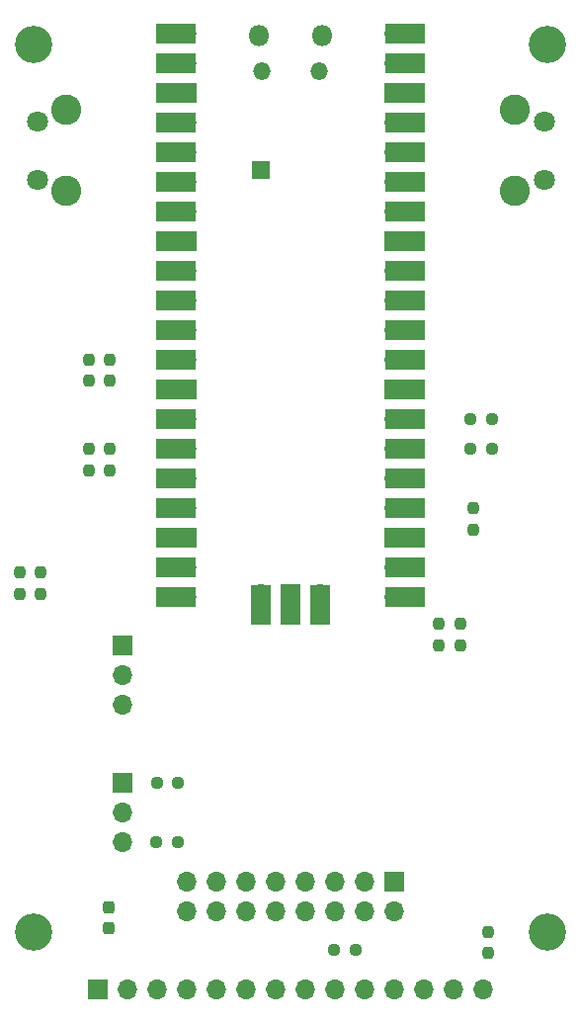
<source format=gbr>
%TF.GenerationSoftware,KiCad,Pcbnew,7.0.1*%
%TF.CreationDate,2023-04-12T13:42:12+09:00*%
%TF.ProjectId,KiCad,4b694361-642e-46b6-9963-61645f706362,rev?*%
%TF.SameCoordinates,PX7270e00PY8b3c880*%
%TF.FileFunction,Soldermask,Top*%
%TF.FilePolarity,Negative*%
%FSLAX46Y46*%
G04 Gerber Fmt 4.6, Leading zero omitted, Abs format (unit mm)*
G04 Created by KiCad (PCBNEW 7.0.1) date 2023-04-12 13:42:12*
%MOMM*%
%LPD*%
G01*
G04 APERTURE LIST*
G04 Aperture macros list*
%AMRoundRect*
0 Rectangle with rounded corners*
0 $1 Rounding radius*
0 $2 $3 $4 $5 $6 $7 $8 $9 X,Y pos of 4 corners*
0 Add a 4 corners polygon primitive as box body*
4,1,4,$2,$3,$4,$5,$6,$7,$8,$9,$2,$3,0*
0 Add four circle primitives for the rounded corners*
1,1,$1+$1,$2,$3*
1,1,$1+$1,$4,$5*
1,1,$1+$1,$6,$7*
1,1,$1+$1,$8,$9*
0 Add four rect primitives between the rounded corners*
20,1,$1+$1,$2,$3,$4,$5,0*
20,1,$1+$1,$4,$5,$6,$7,0*
20,1,$1+$1,$6,$7,$8,$9,0*
20,1,$1+$1,$8,$9,$2,$3,0*%
G04 Aperture macros list end*
%ADD10RoundRect,0.237500X0.237500X-0.300000X0.237500X0.300000X-0.237500X0.300000X-0.237500X-0.300000X0*%
%ADD11O,1.800000X1.800000*%
%ADD12O,1.500000X1.500000*%
%ADD13O,1.700000X1.700000*%
%ADD14R,3.500000X1.700000*%
%ADD15R,1.700000X1.700000*%
%ADD16R,1.700000X3.500000*%
%ADD17R,1.500000X1.500000*%
%ADD18RoundRect,0.237500X-0.237500X0.250000X-0.237500X-0.250000X0.237500X-0.250000X0.237500X0.250000X0*%
%ADD19RoundRect,0.237500X0.250000X0.237500X-0.250000X0.237500X-0.250000X-0.237500X0.250000X-0.237500X0*%
%ADD20RoundRect,0.237500X0.237500X-0.250000X0.237500X0.250000X-0.237500X0.250000X-0.237500X-0.250000X0*%
%ADD21C,3.200000*%
%ADD22C,1.800000*%
%ADD23C,2.600000*%
%ADD24RoundRect,0.237500X-0.250000X-0.237500X0.250000X-0.237500X0.250000X0.237500X-0.250000X0.237500X0*%
G04 APERTURE END LIST*
D10*
%TO.C,C1*%
X9425000Y9025000D03*
X9425000Y7300000D03*
%TD*%
D11*
%TO.C,U1*%
X22275000Y83750000D03*
D12*
X22575000Y80720000D03*
X27425000Y80720000D03*
D11*
X27725000Y83750000D03*
D13*
X16110000Y83880000D03*
D14*
X15210000Y83880000D03*
D13*
X16110000Y81340000D03*
D14*
X15210000Y81340000D03*
D15*
X16110000Y78800000D03*
D14*
X15210000Y78800000D03*
D13*
X16110000Y76260000D03*
D14*
X15210000Y76260000D03*
D13*
X16110000Y73720000D03*
D14*
X15210000Y73720000D03*
D13*
X16110000Y71180000D03*
D14*
X15210000Y71180000D03*
D13*
X16110000Y68640000D03*
D14*
X15210000Y68640000D03*
D15*
X16110000Y66100000D03*
D14*
X15210000Y66100000D03*
D13*
X16110000Y63560000D03*
D14*
X15210000Y63560000D03*
D13*
X16110000Y61020000D03*
D14*
X15210000Y61020000D03*
D13*
X16110000Y58480000D03*
D14*
X15210000Y58480000D03*
D13*
X16110000Y55940000D03*
D14*
X15210000Y55940000D03*
D15*
X16110000Y53400000D03*
D14*
X15210000Y53400000D03*
D13*
X16110000Y50860000D03*
D14*
X15210000Y50860000D03*
D13*
X16110000Y48320000D03*
D14*
X15210000Y48320000D03*
D13*
X16110000Y45780000D03*
D14*
X15210000Y45780000D03*
D13*
X16110000Y43240000D03*
D14*
X15210000Y43240000D03*
D15*
X16110000Y40700000D03*
D14*
X15210000Y40700000D03*
D13*
X16110000Y38160000D03*
D14*
X15210000Y38160000D03*
D13*
X16110000Y35620000D03*
D14*
X15210000Y35620000D03*
D13*
X33890000Y35620000D03*
D14*
X34790000Y35620000D03*
D13*
X33890000Y38160000D03*
D14*
X34790000Y38160000D03*
D15*
X33890000Y40700000D03*
D14*
X34790000Y40700000D03*
D13*
X33890000Y43240000D03*
D14*
X34790000Y43240000D03*
D13*
X33890000Y45780000D03*
D14*
X34790000Y45780000D03*
D13*
X33890000Y48320000D03*
D14*
X34790000Y48320000D03*
D13*
X33890000Y50860000D03*
D14*
X34790000Y50860000D03*
D15*
X33890000Y53400000D03*
D14*
X34790000Y53400000D03*
D13*
X33890000Y55940000D03*
D14*
X34790000Y55940000D03*
D13*
X33890000Y58480000D03*
D14*
X34790000Y58480000D03*
D13*
X33890000Y61020000D03*
D14*
X34790000Y61020000D03*
D13*
X33890000Y63560000D03*
D14*
X34790000Y63560000D03*
D15*
X33890000Y66100000D03*
D14*
X34790000Y66100000D03*
D13*
X33890000Y68640000D03*
D14*
X34790000Y68640000D03*
D13*
X33890000Y71180000D03*
D14*
X34790000Y71180000D03*
D13*
X33890000Y73720000D03*
D14*
X34790000Y73720000D03*
D13*
X33890000Y76260000D03*
D14*
X34790000Y76260000D03*
D15*
X33890000Y78800000D03*
D14*
X34790000Y78800000D03*
D13*
X33890000Y81340000D03*
D14*
X34790000Y81340000D03*
D13*
X33890000Y83880000D03*
D14*
X34790000Y83880000D03*
D13*
X22460000Y35850000D03*
D16*
X22460000Y34950000D03*
D15*
X25000000Y35850000D03*
D16*
X25000000Y34950000D03*
D13*
X27540000Y35850000D03*
D16*
X27540000Y34950000D03*
D17*
X22500000Y72250000D03*
%TD*%
D18*
%TO.C,R15*%
X41900000Y6942500D03*
X41900000Y5117500D03*
%TD*%
%TO.C,R14*%
X40650000Y43225000D03*
X40650000Y41400000D03*
%TD*%
%TO.C,R13*%
X37725000Y33350000D03*
X37725000Y31525000D03*
%TD*%
%TO.C,R12*%
X39575000Y33350000D03*
X39575000Y31525000D03*
%TD*%
D19*
%TO.C,R11*%
X30600000Y5400000D03*
X28775000Y5400000D03*
%TD*%
D18*
%TO.C,R10*%
X7750000Y48300000D03*
X7750000Y46475000D03*
%TD*%
%TO.C,R9*%
X9485000Y48300000D03*
X9485000Y46475000D03*
%TD*%
%TO.C,R8*%
X7775000Y55975000D03*
X7775000Y54150000D03*
%TD*%
%TO.C,R7*%
X9525000Y55975000D03*
X9525000Y54150000D03*
%TD*%
D19*
%TO.C,R2*%
X40420000Y50850000D03*
X42245000Y50850000D03*
%TD*%
%TO.C,R1*%
X42285000Y48310000D03*
X40460000Y48310000D03*
%TD*%
D20*
%TO.C,R4*%
X3575000Y35900000D03*
X3575000Y37725000D03*
%TD*%
D21*
%TO.C,H2*%
X47000000Y83000000D03*
%TD*%
D22*
%TO.C,SW1*%
X46750000Y71400000D03*
X46750000Y76400000D03*
D23*
X44250000Y77400000D03*
X44250000Y70400000D03*
%TD*%
D21*
%TO.C,H4*%
X3000000Y6920000D03*
%TD*%
D24*
%TO.C,R6*%
X13510000Y14640000D03*
X15335000Y14640000D03*
%TD*%
D22*
%TO.C,SW2*%
X3300000Y76400000D03*
X3300000Y71400000D03*
D23*
X5800000Y70400000D03*
X5800000Y77400000D03*
%TD*%
D15*
%TO.C,LCD1*%
X8490000Y2000000D03*
D13*
X11030000Y2000000D03*
X13570000Y2000000D03*
X16110000Y2000000D03*
X18650000Y2000000D03*
X21190000Y2000000D03*
X23730000Y2000000D03*
X26270000Y2000000D03*
X28810000Y2000000D03*
X31350000Y2000000D03*
X33890000Y2000000D03*
X36430000Y2000000D03*
X38970000Y2000000D03*
X41510000Y2000000D03*
%TD*%
D15*
%TO.C,J1*%
X33875000Y11275000D03*
D13*
X33875000Y8735000D03*
X31335000Y11275000D03*
X31335000Y8735000D03*
X28795000Y11275000D03*
X28795000Y8735000D03*
X26255000Y11275000D03*
X26255000Y8735000D03*
X23715000Y11275000D03*
X23715000Y8735000D03*
X21175000Y11275000D03*
X21175000Y8735000D03*
X18635000Y11275000D03*
X18635000Y8735000D03*
X16095000Y11275000D03*
X16095000Y8735000D03*
%TD*%
D20*
%TO.C,R3*%
X1775000Y35900000D03*
X1775000Y37725000D03*
%TD*%
D21*
%TO.C,H3*%
X47000000Y6920000D03*
%TD*%
%TO.C,H1*%
X3000000Y83000000D03*
%TD*%
D24*
%TO.C,R5*%
X15375000Y19720000D03*
X13550000Y19720000D03*
%TD*%
D15*
%TO.C,J2*%
X10600000Y19725000D03*
D13*
X10600000Y17185000D03*
X10600000Y14645000D03*
%TD*%
%TO.C,J3*%
X10600000Y26445000D03*
X10600000Y28985000D03*
D15*
X10600000Y31525000D03*
%TD*%
M02*

</source>
